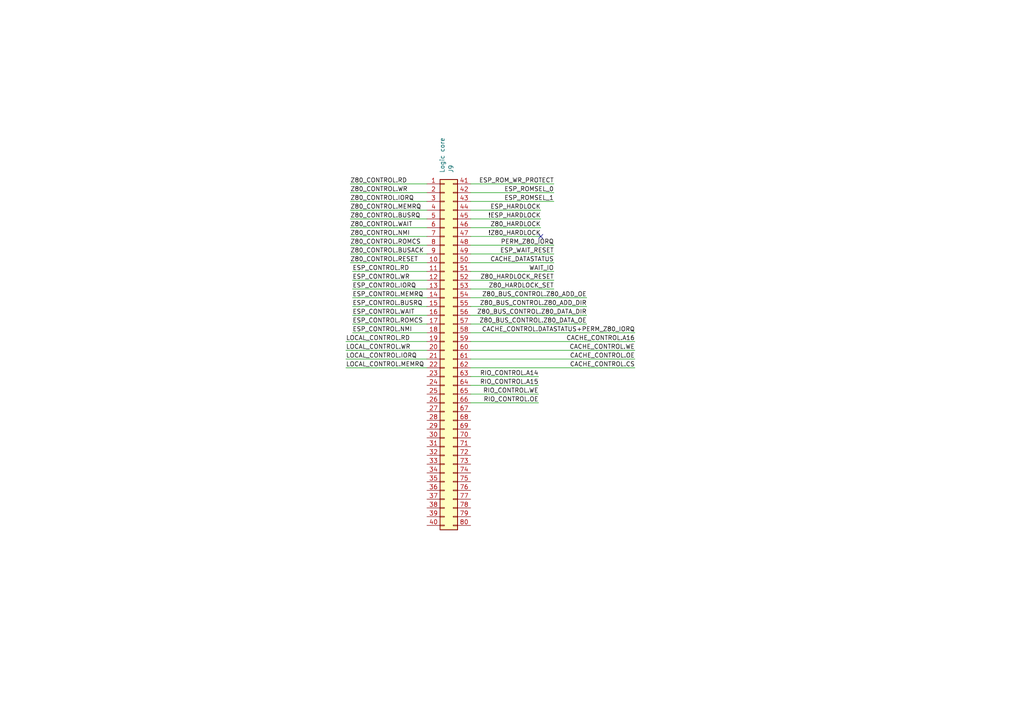
<source format=kicad_sch>
(kicad_sch (version 20230121) (generator eeschema)
  (paper "A4")
  (lib_symbols
    (symbol "Connector_Generic:Conn_02x40_Top_Bottom" (pin_names (offset 1.016) hide)
      (property "Reference" "J" (at 1.27 50.8 0))
      (property "Value" "Conn_02x40_Top_Bottom" (at 1.27 -53.34 0))
      (symbol "Conn_02x40_Top_Bottom_1_1"
        (rectangle (start -1.27 -50.673) (end 0 -50.927) (stroke (width 0.1524)))
        (rectangle (start -1.27 -48.133) (end 0 -48.387) (stroke (width 0.1524)))
        (rectangle (start -1.27 -45.593) (end 0 -45.847) (stroke (width 0.1524)))
        (rectangle (start -1.27 -43.053) (end 0 -43.307) (stroke (width 0.1524)))
        (rectangle (start -1.27 -40.513) (end 0 -40.767) (stroke (width 0.1524)))
        (rectangle (start -1.27 -37.973) (end 0 -38.227) (stroke (width 0.1524)))
        (rectangle (start -1.27 -35.433) (end 0 -35.687) (stroke (width 0.1524)))
        (rectangle (start -1.27 -32.893) (end 0 -33.147) (stroke (width 0.1524)))
        (rectangle (start -1.27 -30.353) (end 0 -30.607) (stroke (width 0.1524)))
        (rectangle (start -1.27 -27.813) (end 0 -28.067) (stroke (width 0.1524)))
        (rectangle (start -1.27 -25.273) (end 0 -25.527) (stroke (width 0.1524)))
        (rectangle (start -1.27 -22.733) (end 0 -22.987) (stroke (width 0.1524)))
        (rectangle (start -1.27 -20.193) (end 0 -20.447) (stroke (width 0.1524)))
        (rectangle (start -1.27 -17.653) (end 0 -17.907) (stroke (width 0.1524)))
        (rectangle (start -1.27 -15.113) (end 0 -15.367) (stroke (width 0.1524)))
        (rectangle (start -1.27 -12.573) (end 0 -12.827) (stroke (width 0.1524)))
        (rectangle (start -1.27 -10.033) (end 0 -10.287) (stroke (width 0.1524)))
        (rectangle (start -1.27 -7.493) (end 0 -7.747) (stroke (width 0.1524)))
        (rectangle (start -1.27 -4.953) (end 0 -5.207) (stroke (width 0.1524)))
        (rectangle (start -1.27 -2.413) (end 0 -2.667) (stroke (width 0.1524)))
        (rectangle (start -1.27 0.127) (end 0 -0.127) (stroke (width 0.1524)))
        (rectangle (start -1.27 2.667) (end 0 2.413) (stroke (width 0.1524)))
        (rectangle (start -1.27 5.207) (end 0 4.953) (stroke (width 0.1524)))
        (rectangle (start -1.27 7.747) (end 0 7.493) (stroke (width 0.1524)))
        (rectangle (start -1.27 10.287) (end 0 10.033) (stroke (width 0.1524)))
        (rectangle (start -1.27 12.827) (end 0 12.573) (stroke (width 0.1524)))
        (rectangle (start -1.27 15.367) (end 0 15.113) (stroke (width 0.1524)))
        (rectangle (start -1.27 17.907) (end 0 17.653) (stroke (width 0.1524)))
        (rectangle (start -1.27 20.447) (end 0 20.193) (stroke (width 0.1524)))
        (rectangle (start -1.27 22.987) (end 0 22.733) (stroke (width 0.1524)))
        (rectangle (start -1.27 25.527) (end 0 25.273) (stroke (width 0.1524)))
        (rectangle (start -1.27 28.067) (end 0 27.813) (stroke (width 0.1524)))
        (rectangle (start -1.27 30.607) (end 0 30.353) (stroke (width 0.1524)))
        (rectangle (start -1.27 33.147) (end 0 32.893) (stroke (width 0.1524)))
        (rectangle (start -1.27 35.687) (end 0 35.433) (stroke (width 0.1524)))
        (rectangle (start -1.27 38.227) (end 0 37.973) (stroke (width 0.1524)))
        (rectangle (start -1.27 40.767) (end 0 40.513) (stroke (width 0.1524)))
        (rectangle (start -1.27 43.307) (end 0 43.053) (stroke (width 0.1524)))
        (rectangle (start -1.27 45.847) (end 0 45.593) (stroke (width 0.1524)))
        (rectangle (start -1.27 48.387) (end 0 48.133) (stroke (width 0.1524)))
        (rectangle (start -1.27 49.53) (end 3.81 -52.07) (stroke (width 0.254)) (fill (type background)))
        (rectangle (start 3.81 -50.673) (end 2.54 -50.927) (stroke (width 0.1524)))
        (rectangle (start 3.81 -48.133) (end 2.54 -48.387) (stroke (width 0.1524)))
        (rectangle (start 3.81 -45.593) (end 2.54 -45.847) (stroke (width 0.1524)))
        (rectangle (start 3.81 -43.053) (end 2.54 -43.307) (stroke (width 0.1524)))
        (rectangle (start 3.81 -40.513) (end 2.54 -40.767) (stroke (width 0.1524)))
        (rectangle (start 3.81 -37.973) (end 2.54 -38.227) (stroke (width 0.1524)))
        (rectangle (start 3.81 -35.433) (end 2.54 -35.687) (stroke (width 0.1524)))
        (rectangle (start 3.81 -32.893) (end 2.54 -33.147) (stroke (width 0.1524)))
        (rectangle (start 3.81 -30.353) (end 2.54 -30.607) (stroke (width 0.1524)))
        (rectangle (start 3.81 -27.813) (end 2.54 -28.067) (stroke (width 0.1524)))
        (rectangle (start 3.81 -25.273) (end 2.54 -25.527) (stroke (width 0.1524)))
        (rectangle (start 3.81 -22.733) (end 2.54 -22.987) (stroke (width 0.1524)))
        (rectangle (start 3.81 -20.193) (end 2.54 -20.447) (stroke (width 0.1524)))
        (rectangle (start 3.81 -17.653) (end 2.54 -17.907) (stroke (width 0.1524)))
        (rectangle (start 3.81 -15.113) (end 2.54 -15.367) (stroke (width 0.1524)))
        (rectangle (start 3.81 -12.573) (end 2.54 -12.827) (stroke (width 0.1524)))
        (rectangle (start 3.81 -10.033) (end 2.54 -10.287) (stroke (width 0.1524)))
        (rectangle (start 3.81 -7.493) (end 2.54 -7.747) (stroke (width 0.1524)))
        (rectangle (start 3.81 -4.953) (end 2.54 -5.207) (stroke (width 0.1524)))
        (rectangle (start 3.81 -2.413) (end 2.54 -2.667) (stroke (width 0.1524)))
        (rectangle (start 3.81 0.127) (end 2.54 -0.127) (stroke (width 0.1524)))
        (rectangle (start 3.81 2.667) (end 2.54 2.413) (stroke (width 0.1524)))
        (rectangle (start 3.81 5.207) (end 2.54 4.953) (stroke (width 0.1524)))
        (rectangle (start 3.81 7.747) (end 2.54 7.493) (stroke (width 0.1524)))
        (rectangle (start 3.81 10.287) (end 2.54 10.033) (stroke (width 0.1524)))
        (rectangle (start 3.81 12.827) (end 2.54 12.573) (stroke (width 0.1524)))
        (rectangle (start 3.81 15.367) (end 2.54 15.113) (stroke (width 0.1524)))
        (rectangle (start 3.81 17.907) (end 2.54 17.653) (stroke (width 0.1524)))
        (rectangle (start 3.81 20.447) (end 2.54 20.193) (stroke (width 0.1524)))
        (rectangle (start 3.81 22.987) (end 2.54 22.733) (stroke (width 0.1524)))
        (rectangle (start 3.81 25.527) (end 2.54 25.273) (stroke (width 0.1524)))
        (rectangle (start 3.81 28.067) (end 2.54 27.813) (stroke (width 0.1524)))
        (rectangle (start 3.81 30.607) (end 2.54 30.353) (stroke (width 0.1524)))
        (rectangle (start 3.81 33.147) (end 2.54 32.893) (stroke (width 0.1524)))
        (rectangle (start 3.81 35.687) (end 2.54 35.433) (stroke (width 0.1524)))
        (rectangle (start 3.81 38.227) (end 2.54 37.973) (stroke (width 0.1524)))
        (rectangle (start 3.81 40.767) (end 2.54 40.513) (stroke (width 0.1524)))
        (rectangle (start 3.81 43.307) (end 2.54 43.053) (stroke (width 0.1524)))
        (rectangle (start 3.81 45.847) (end 2.54 45.593) (stroke (width 0.1524)))
        (rectangle (start 3.81 48.387) (end 2.54 48.133) (stroke (width 0.1524)))
        (pin passive line (at -5.08 48.26 0) (length 3.81) (name "Pin_1") (number "1"))
        (pin passive line (at -5.08 25.4 0) (length 3.81) (name "Pin_10") (number "10"))
        (pin passive line (at -5.08 22.86 0) (length 3.81) (name "Pin_11") (number "11"))
        (pin passive line (at -5.08 20.32 0) (length 3.81) (name "Pin_12") (number "12"))
        (pin passive line (at -5.08 17.78 0) (length 3.81) (name "Pin_13") (number "13"))
        (pin passive line (at -5.08 15.24 0) (length 3.81) (name "Pin_14") (number "14"))
        (pin passive line (at -5.08 12.7 0) (length 3.81) (name "Pin_15") (number "15"))
        (pin passive line (at -5.08 10.16 0) (length 3.81) (name "Pin_16") (number "16"))
        (pin passive line (at -5.08 7.62 0) (length 3.81) (name "Pin_17") (number "17"))
        (pin passive line (at -5.08 5.08 0) (length 3.81) (name "Pin_18") (number "18"))
        (pin passive line (at -5.08 2.54 0) (length 3.81) (name "Pin_19") (number "19"))
        (pin passive line (at -5.08 45.72 0) (length 3.81) (name "Pin_2") (number "2"))
        (pin passive line (at -5.08 0 0) (length 3.81) (name "Pin_20") (number "20"))
        (pin passive line (at -5.08 -2.54 0) (length 3.81) (name "Pin_21") (number "21"))
        (pin passive line (at -5.08 -5.08 0) (length 3.81) (name "Pin_22") (number "22"))
        (pin passive line (at -5.08 -7.62 0) (length 3.81) (name "Pin_23") (number "23"))
        (pin passive line (at -5.08 -10.16 0) (length 3.81) (name "Pin_24") (number "24"))
        (pin passive line (at -5.08 -12.7 0) (length 3.81) (name "Pin_25") (number "25"))
        (pin passive line (at -5.08 -15.24 0) (length 3.81) (name "Pin_26") (number "26"))
        (pin passive line (at -5.08 -17.78 0) (length 3.81) (name "Pin_27") (number "27"))
        (pin passive line (at -5.08 -20.32 0) (length 3.81) (name "Pin_28") (number "28"))
        (pin passive line (at -5.08 -22.86 0) (length 3.81) (name "Pin_29") (number "29"))
        (pin passive line (at -5.08 43.18 0) (length 3.81) (name "Pin_3") (number "3"))
        (pin passive line (at -5.08 -25.4 0) (length 3.81) (name "Pin_30") (number "30"))
        (pin passive line (at -5.08 -27.94 0) (length 3.81) (name "Pin_31") (number "31"))
        (pin passive line (at -5.08 -30.48 0) (length 3.81) (name "Pin_32") (number "32"))
        (pin passive line (at -5.08 -33.02 0) (length 3.81) (name "Pin_33") (number "33"))
        (pin passive line (at -5.08 -35.56 0) (length 3.81) (name "Pin_34") (number "34"))
        (pin passive line (at -5.08 -38.1 0) (length 3.81) (name "Pin_35") (number "35"))
        (pin passive line (at -5.08 -40.64 0) (length 3.81) (name "Pin_36") (number "36"))
        (pin passive line (at -5.08 -43.18 0) (length 3.81) (name "Pin_37") (number "37"))
        (pin passive line (at -5.08 -45.72 0) (length 3.81) (name "Pin_38") (number "38"))
        (pin passive line (at -5.08 -48.26 0) (length 3.81) (name "Pin_39") (number "39"))
        (pin passive line (at -5.08 40.64 0) (length 3.81) (name "Pin_4") (number "4"))
        (pin passive line (at -5.08 -50.8 0) (length 3.81) (name "Pin_40") (number "40"))
        (pin passive line (at 7.62 48.26 180) (length 3.81) (name "Pin_41") (number "41"))
        (pin passive line (at 7.62 45.72 180) (length 3.81) (name "Pin_42") (number "42"))
        (pin passive line (at 7.62 43.18 180) (length 3.81) (name "Pin_43") (number "43"))
        (pin passive line (at 7.62 40.64 180) (length 3.81) (name "Pin_44") (number "44"))
        (pin passive line (at 7.62 38.1 180) (length 3.81) (name "Pin_45") (number "45"))
        (pin passive line (at 7.62 35.56 180) (length 3.81) (name "Pin_46") (number "46"))
        (pin passive line (at 7.62 33.02 180) (length 3.81) (name "Pin_47") (number "47"))
        (pin passive line (at 7.62 30.48 180) (length 3.81) (name "Pin_48") (number "48"))
        (pin passive line (at 7.62 27.94 180) (length 3.81) (name "Pin_49") (number "49"))
        (pin passive line (at -5.08 38.1 0) (length 3.81) (name "Pin_5") (number "5"))
        (pin passive line (at 7.62 25.4 180) (length 3.81) (name "Pin_50") (number "50"))
        (pin passive line (at 7.62 22.86 180) (length 3.81) (name "Pin_51") (number "51"))
        (pin passive line (at 7.62 20.32 180) (length 3.81) (name "Pin_52") (number "52"))
        (pin passive line (at 7.62 17.78 180) (length 3.81) (name "Pin_53") (number "53"))
        (pin passive line (at 7.62 15.24 180) (length 3.81) (name "Pin_54") (number "54"))
        (pin passive line (at 7.62 12.7 180) (length 3.81) (name "Pin_55") (number "55"))
        (pin passive line (at 7.62 10.16 180) (length 3.81) (name "Pin_56") (number "56"))
        (pin passive line (at 7.62 7.62 180) (length 3.81) (name "Pin_57") (number "57"))
        (pin passive line (at 7.62 5.08 180) (length 3.81) (name "Pin_58") (number "58"))
        (pin passive line (at 7.62 2.54 180) (length 3.81) (name "Pin_59") (number "59"))
        (pin passive line (at -5.08 35.56 0) (length 3.81) (name "Pin_6") (number "6"))
        (pin passive line (at 7.62 0 180) (length 3.81) (name "Pin_60") (number "60"))
        (pin passive line (at 7.62 -2.54 180) (length 3.81) (name "Pin_61") (number "61"))
        (pin passive line (at 7.62 -5.08 180) (length 3.81) (name "Pin_62") (number "62"))
        (pin passive line (at 7.62 -7.62 180) (length 3.81) (name "Pin_63") (number "63"))
        (pin passive line (at 7.62 -10.16 180) (length 3.81) (name "Pin_64") (number "64"))
        (pin passive line (at 7.62 -12.7 180) (length 3.81) (name "Pin_65") (number "65"))
        (pin passive line (at 7.62 -15.24 180) (length 3.81) (name "Pin_66") (number "66"))
        (pin passive line (at 7.62 -17.78 180) (length 3.81) (name "Pin_67") (number "67"))
        (pin passive line (at 7.62 -20.32 180) (length 3.81) (name "Pin_68") (number "68"))
        (pin passive line (at 7.62 -22.86 180) (length 3.81) (name "Pin_69") (number "69"))
        (pin passive line (at -5.08 33.02 0) (length 3.81) (name "Pin_7") (number "7"))
        (pin passive line (at 7.62 -25.4 180) (length 3.81) (name "Pin_70") (number "70"))
        (pin passive line (at 7.62 -27.94 180) (length 3.81) (name "Pin_71") (number "71"))
        (pin passive line (at 7.62 -30.48 180) (length 3.81) (name "Pin_72") (number "72"))
        (pin passive line (at 7.62 -33.02 180) (length 3.81) (name "Pin_73") (number "73"))
        (pin passive line (at 7.62 -35.56 180) (length 3.81) (name "Pin_74") (number "74"))
        (pin passive line (at 7.62 -38.1 180) (length 3.81) (name "Pin_75") (number "75"))
        (pin passive line (at 7.62 -40.64 180) (length 3.81) (name "Pin_76") (number "76"))
        (pin passive line (at 7.62 -43.18 180) (length 3.81) (name "Pin_77") (number "77"))
        (pin passive line (at 7.62 -45.72 180) (length 3.81) (name "Pin_78") (number "78"))
        (pin passive line (at 7.62 -48.26 180) (length 3.81) (name "Pin_79") (number "79"))
        (pin passive line (at -5.08 30.48 0) (length 3.81) (name "Pin_8") (number "8"))
        (pin passive line (at 7.62 -50.8 180) (length 3.81) (name "Pin_80") (number "80"))
        (pin passive line (at -5.08 27.94 0) (length 3.81) (name "Pin_9") (number "9"))
      )
    )
  )
  (no_connect (at 156.845 68.58))
  (wire (pts (xy 123.825 58.42) (xy 101.6 58.42)))
  (wire (pts (xy 123.825 63.5) (xy 101.6 63.5)))
  (wire (pts (xy 123.825 96.52) (xy 102.235 96.52)))
  (wire (pts (xy 136.525 106.68) (xy 184.15 106.68)))
  (wire (pts (xy 123.825 86.36) (xy 102.235 86.36)))
  (wire (pts (xy 136.525 55.88) (xy 160.655 55.88)))
  (wire (pts (xy 136.525 63.5) (xy 156.845 63.5)))
  (wire (pts (xy 136.525 93.98) (xy 170.18 93.98)))
  (wire (pts (xy 160.655 76.2) (xy 136.525 76.2)))
  (wire (pts (xy 123.825 91.44) (xy 102.235 91.44)))
  (wire (pts (xy 136.525 101.6) (xy 184.15 101.6)))
  (wire (pts (xy 123.825 76.2) (xy 101.6 76.2)))
  (wire (pts (xy 123.825 68.58) (xy 101.6 68.58)))
  (wire (pts (xy 123.825 71.12) (xy 101.6 71.12)))
  (wire (pts (xy 123.825 73.66) (xy 101.6 73.66)))
  (wire (pts (xy 136.525 114.3) (xy 156.21 114.3)))
  (wire (pts (xy 136.525 88.9) (xy 170.18 88.9)))
  (wire (pts (xy 123.825 83.82) (xy 102.235 83.82)))
  (wire (pts (xy 123.825 104.14) (xy 100.33 104.14)))
  (wire (pts (xy 136.525 53.34) (xy 160.655 53.34)))
  (wire (pts (xy 123.825 55.88) (xy 101.6 55.88)))
  (wire (pts (xy 136.525 111.76) (xy 156.21 111.76)))
  (wire (pts (xy 123.825 66.04) (xy 101.6 66.04)))
  (wire (pts (xy 156.845 66.04) (xy 136.525 66.04)))
  (wire (pts (xy 136.525 83.82) (xy 160.655 83.82)))
  (wire (pts (xy 136.525 104.14) (xy 184.15 104.14)))
  (wire (pts (xy 123.825 60.96) (xy 101.6 60.96)))
  (wire (pts (xy 136.525 68.58) (xy 156.845 68.58)))
  (wire (pts (xy 136.525 73.66) (xy 160.655 73.66)))
  (wire (pts (xy 123.825 53.34) (xy 101.6 53.34)))
  (wire (pts (xy 136.525 99.06) (xy 184.15 99.06)))
  (wire (pts (xy 136.525 91.44) (xy 170.18 91.44)))
  (wire (pts (xy 136.525 109.22) (xy 156.21 109.22)))
  (wire (pts (xy 123.825 101.6) (xy 100.33 101.6)))
  (wire (pts (xy 123.825 106.68) (xy 100.33 106.68)))
  (wire (pts (xy 123.825 78.74) (xy 102.235 78.74)))
  (wire (pts (xy 136.525 78.74) (xy 160.655 78.74)))
  (wire (pts (xy 123.825 88.9) (xy 102.235 88.9)))
  (wire (pts (xy 160.655 58.42) (xy 136.525 58.42)))
  (wire (pts (xy 136.525 81.28) (xy 160.655 81.28)))
  (wire (pts (xy 136.525 60.96) (xy 156.845 60.96)))
  (wire (pts (xy 123.825 93.98) (xy 102.235 93.98)))
  (wire (pts (xy 123.825 81.28) (xy 102.235 81.28)))
  (wire (pts (xy 123.825 99.06) (xy 100.33 99.06)))
  (wire (pts (xy 136.525 86.36) (xy 170.18 86.36)))
  (wire (pts (xy 136.525 116.84) (xy 156.21 116.84)))
  (wire (pts (xy 136.525 71.12) (xy 160.655 71.12)))
  (wire (pts (xy 136.525 96.52) (xy 184.15 96.52)))
  (label "RIO_CONTROL.A14" (at 156.21 109.22 180))
  (label "Z80_BUS_CONTROL.Z80_ADD_OE" (at 170.18 86.36 180))
  (label "Z80_CONTROL.IORQ" (at 101.6 58.42 0))
  (label "RIO_CONTROL.A15" (at 156.21 111.76 180))
  (label "Z80_CONTROL.BUSACK" (at 101.6 73.66 0))
  (label "ESP_ROM_WR_PROTECT" (at 160.655 53.34 180))
  (label "Z80_CONTROL.WR" (at 101.6 55.88 0))
  (label "Z80_BUS_CONTROL.Z80_DATA_DIR" (at 170.18 91.44 180))
  (label "ESP_CONTROL.BUSRQ" (at 102.235 88.9 0))
  (label "Z80_BUS_CONTROL.Z80_ADD_DIR" (at 170.18 88.9 180))
  (label "!ESP_HARDLOCK" (at 156.845 63.5 180))
  (label "PERM_Z80_IORQ" (at 160.655 71.12 180))
  (label "CACHE_CONTROL.A16" (at 184.15 99.06 180))
  (label "ESP_ROMSEL_1" (at 160.655 58.42 180))
  (label "ESP_CONTROL.ROMCS" (at 102.235 93.98 0))
  (label "RIO_CONTROL.WE" (at 156.21 114.3 180))
  (label "LOCAL_CONTROL.IORQ" (at 100.33 104.14 0))
  (label "CACHE_CONTROL.OE" (at 184.15 104.14 180))
  (label "ESP_CONTROL.IORQ" (at 102.235 83.82 0))
  (label "Z80_HARDLOCK_RESET" (at 160.655 81.28 180))
  (label "LOCAL_CONTROL.MEMRQ" (at 100.33 106.68 0))
  (label "CACHE_CONTROL.DATASTATUS+PERM_Z80_IORQ" (at 184.15 96.52 180))
  (label "ESP_WAIT_RESET" (at 160.655 73.66 180))
  (label "RIO_CONTROL.OE" (at 156.21 116.84 180))
  (label "Z80_CONTROL.MEMRQ" (at 101.6 60.96 0))
  (label "LOCAL_CONTROL.WR" (at 100.33 101.6 0))
  (label "Z80_CONTROL.RESET" (at 101.6 76.2 0))
  (label "Z80_BUS_CONTROL.Z80_DATA_OE" (at 170.18 93.98 180))
  (label "WAIT_IO" (at 160.655 78.74 180))
  (label "ESP_HARDLOCK" (at 156.845 60.96 180))
  (label "Z80_CONTROL.RD" (at 101.6 53.34 0))
  (label "Z80_CONTROL.BUSRQ" (at 101.6 63.5 0))
  (label "!Z80_HARDLOCK" (at 156.845 68.58 180))
  (label "CACHE_CONTROL.CS" (at 184.15 106.68 180))
  (label "ESP_CONTROL.WR" (at 102.235 81.28 0))
  (label "Z80_HARDLOCK" (at 156.845 66.04 180))
  (label "Z80_CONTROL.WAIT" (at 101.6 66.04 0))
  (label "CACHE_CONTROL.WE" (at 184.15 101.6 180))
  (label "Z80_CONTROL.NMI" (at 101.6 68.58 0))
  (label "ESP_CONTROL.WAIT" (at 102.235 91.44 0))
  (label "ESP_CONTROL.MEMRQ" (at 102.235 86.36 0))
  (label "ESP_CONTROL.NMI" (at 102.235 96.52 0))
  (label "ESP_CONTROL.RD" (at 102.235 78.74 0))
  (label "Z80_CONTROL.ROMCS" (at 101.6 71.12 0))
  (label "Z80_HARDLOCK_SET" (at 160.655 83.82 180))
  (label "ESP_ROMSEL_0" (at 160.655 55.88 180))
  (label "CACHE_DATASTATUS" (at 160.655 76.2 180))
  (label "LOCAL_CONTROL.RD" (at 100.33 99.06 0))
  (symbol (lib_id "Connector_Generic:Conn_02x40_Top_Bottom") (at 128.905 101.6 0) (unit 1)
    (property "Reference" "J9" (at 130.81 50.165 90) (effects (justify left)))
    (property "Value" "Logic core" (at 128.27 50.165 90) (effects (justify left)))
    (property "Footprint" "Connector_PinHeader_2.54mm:PinHeader_2x40_P2.54mm_Vertical" (effects hide))
  )
)
</source>
